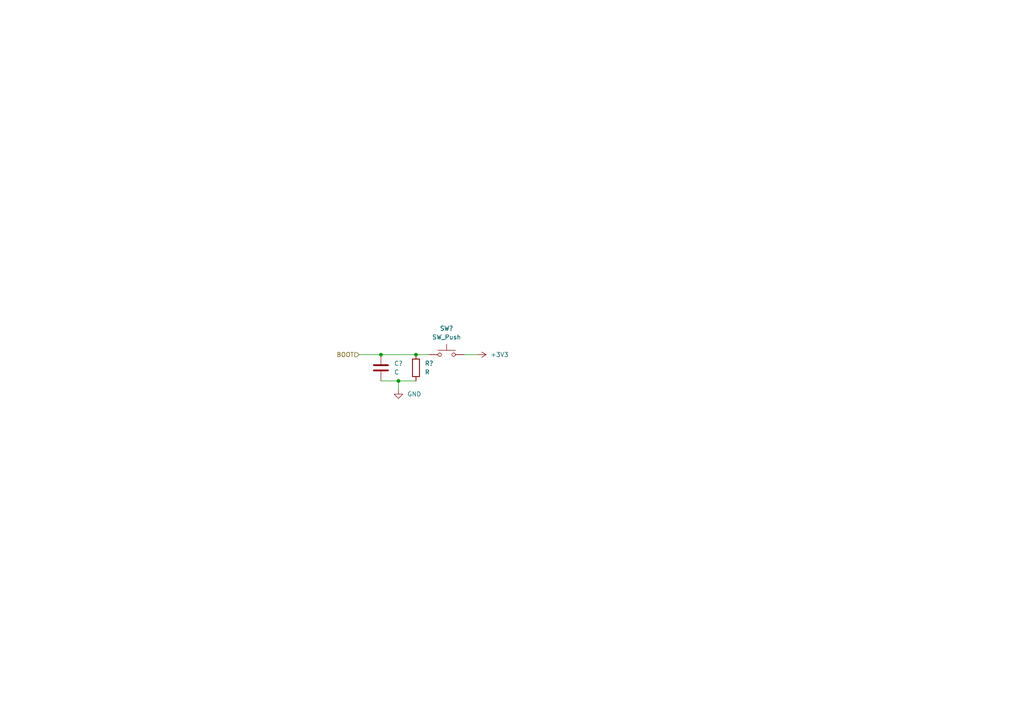
<source format=kicad_sch>
(kicad_sch (version 20230121) (generator eeschema)
  (paper "A4")
  (lib_symbols
    (symbol "Device:C" (pin_numbers hide) (pin_names (offset 0.254))
      (property "Reference" "C" (at 0.635 2.54 0))
      (property "Value" "C" (at 0.635 -2.54 0))
      (symbol "C_0_1"
        (polyline (pts (xy -2.032 -0.762) (xy 2.032 -0.762)) (stroke (width 0.508)))
        (polyline (pts (xy -2.032 0.762) (xy 2.032 0.762)) (stroke (width 0.508)))
      )
      (symbol "C_1_1"
        (pin passive line (at 0 3.81 270) (length 2.794) (name "~") (number "1"))
        (pin passive line (at 0 -3.81 90) (length 2.794) (name "~") (number "2"))
      )
    )
    (symbol "Device:R" (pin_numbers hide) (pin_names (offset 0))
      (property "Reference" "R" (at 2.032 0 90))
      (property "Value" "R" (at 0 0 90))
      (symbol "R_0_1"
        (rectangle (start -1.016 -2.54) (end 1.016 2.54) (stroke (width 0.254)))
      )
      (symbol "R_1_1"
        (pin passive line (at 0 3.81 270) (length 1.27) (name "~") (number "1"))
        (pin passive line (at 0 -3.81 90) (length 1.27) (name "~") (number "2"))
      )
    )
    (symbol "Switch:SW_Push" (pin_numbers hide) (pin_names (offset 1.016) hide)
      (property "Reference" "SW" (at 1.27 2.54 0))
      (property "Value" "SW_Push" (at 0 -1.524 0))
      (symbol "SW_Push_0_1"
        (circle (center -2.032 0) (radius 0.508))
        (polyline (pts (xy 0 1.27) (xy 0 3.048)))
        (polyline (pts (xy 2.54 1.27) (xy -2.54 1.27)))
        (circle (center 2.032 0) (radius 0.508))
        (pin passive line (at -5.08 0 0) (length 2.54) (name "1") (number "1"))
        (pin passive line (at 5.08 0 180) (length 2.54) (name "2") (number "2"))
      )
    )
    (symbol "power:+3V3" (power) (pin_names (offset 0))
      (property "Value" "+3V3" (at 0 3.556 0))
      (symbol "+3V3_0_1"
        (polyline (pts (xy -0.762 1.27) (xy 0 2.54)))
        (polyline (pts (xy 0 0) (xy 0 2.54)))
        (polyline (pts (xy 0 2.54) (xy 0.762 1.27)))
      )
      (symbol "+3V3_1_1"
        (pin power_in line (at 0 0 90) (length 0) hide (name "+3V3") (number "1"))
      )
    )
    (symbol "power:GND" (power) (pin_names (offset 0))
      (property "Value" "GND" (at 0 -3.81 0))
      (symbol "GND_0_1"
        (polyline (pts (xy 0 0) (xy 0 -1.27) (xy 1.27 -1.27) (xy 0 -2.54) (xy -1.27 -1.27) (xy 0 -1.27)))
      )
      (symbol "GND_1_1"
        (pin power_in line (at 0 0 270) (length 0) hide (name "GND") (number "1"))
      )
    )
  )
  (junction (at 115.57 110.49))
  (junction (at 110.49 102.87))
  (junction (at 120.65 102.87))
  (wire (pts (xy 115.57 110.49) (xy 120.65 110.49)))
  (wire (pts (xy 110.49 110.49) (xy 115.57 110.49)))
  (wire (pts (xy 134.62 102.87) (xy 138.43 102.87)))
  (wire (pts (xy 110.49 102.87) (xy 120.65 102.87)))
  (wire (pts (xy 120.65 102.87) (xy 124.46 102.87)))
  (wire (pts (xy 104.14 102.87) (xy 110.49 102.87)))
  (wire (pts (xy 115.57 110.49) (xy 115.57 113.03)))
  (hierarchical_label "BOOT" (shape input) (at 104.14 102.87 180))
  (symbol (lib_id "power:+3V3") (at 138.43 102.87 270) (unit 1)
    (property "Reference" "#PWR?" (effects hide))
    (property "Value" "+3V3" (at 142.24 102.8699 90) (effects (justify left)))
  )
  (symbol (lib_id "Device:R") (at 120.65 106.68 180) (unit 1)
    (property "Reference" "R?" (at 123.19 105.4099 0) (effects (justify right)))
    (property "Value" "R" (at 123.19 107.9499 0) (effects (justify right)))
  )
  (symbol (lib_id "power:GND") (at 115.57 113.03 0) (unit 1)
    (property "Reference" "#PWR?" (effects hide))
    (property "Value" "GND" (at 118.11 114.2999 0) (effects (justify left)))
  )
  (symbol (lib_id "Switch:SW_Push") (at 129.54 102.87 0) (unit 1)
    (property "Reference" "SW?" (at 129.54 95.25 0))
    (property "Value" "SW_Push" (at 129.54 97.79 0))
  )
  (symbol (lib_id "Device:C") (at 110.49 106.68 180) (unit 1)
    (property "Reference" "C?" (at 114.3 105.4099 0) (effects (justify right)))
    (property "Value" "C" (at 114.3 107.9499 0) (effects (justify right)))
  )
)
</source>
